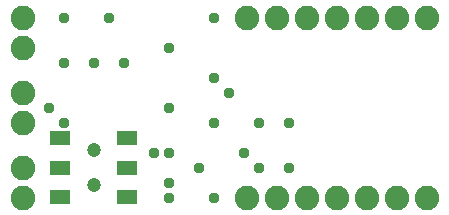
<source format=gbr>
G04 EAGLE Gerber RS-274X export*
G75*
%MOMM*%
%FSLAX34Y34*%
%LPD*%
%INSoldermask Bottom*%
%IPPOS*%
%AMOC8*
5,1,8,0,0,1.08239X$1,22.5*%
G01*
%ADD10C,2.082800*%
%ADD11R,1.703200X1.203200*%
%ADD12C,1.203200*%
%ADD13C,0.959600*%


D10*
X370840Y203200D03*
X345440Y203200D03*
X320040Y203200D03*
X294640Y203200D03*
X269240Y203200D03*
X243840Y203200D03*
X218440Y203200D03*
X370840Y50800D03*
X345440Y50800D03*
X320040Y50800D03*
X294640Y50800D03*
X269240Y50800D03*
X243840Y50800D03*
X218440Y50800D03*
X29210Y139700D03*
X29210Y114300D03*
X29210Y76200D03*
X29210Y50800D03*
D11*
X116900Y51200D03*
X116900Y76200D03*
X116900Y101200D03*
X60900Y101200D03*
X60900Y76200D03*
X60900Y51200D03*
D12*
X88900Y91200D03*
X88900Y61200D03*
D10*
X29210Y203200D03*
X29210Y177800D03*
D13*
X190500Y203200D03*
X190500Y152400D03*
X101600Y203200D03*
X190500Y50800D03*
X152400Y63500D03*
X63500Y203200D03*
X50800Y127000D03*
X152400Y127000D03*
X190500Y114300D03*
X63500Y165100D03*
X152400Y50800D03*
X254000Y76200D03*
X254000Y114300D03*
X152400Y88900D03*
X215900Y88900D03*
X114300Y165100D03*
X203200Y139700D03*
X177800Y76200D03*
X228600Y76200D03*
X228600Y114300D03*
X88900Y165100D03*
X139700Y88900D03*
X63500Y114300D03*
X152400Y177800D03*
M02*

</source>
